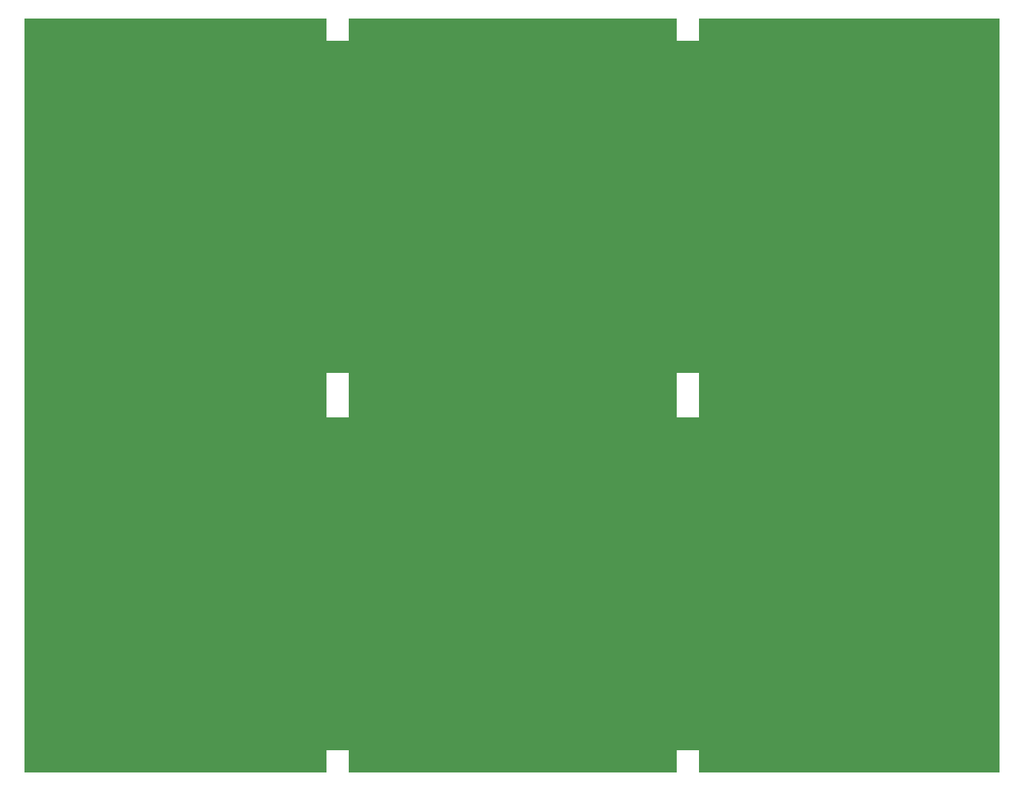
<source format=gbr>
G04 DipTrace 3.3.1.3*
G04 board_dendy_gamepad_Remastered_rev2.7.gbr*
%MOMM*%
G04 #@! TF.FileFunction,Drawing,Board polygon*
G04 #@! TF.Part,Single*
%FSLAX35Y35*%
G04*
G71*
G90*
G75*
G01*
G04 BoardPoly*
%LPD*%
G36*
X12129543Y1000000D2*
X8700183D1*
Y1254027D1*
X8446157D1*
Y1000000D1*
X4699263D1*
Y1254027D1*
X4445237D1*
Y1000000D1*
X1000000D1*
Y5302577D1*
X4445237D1*
Y5048550D1*
X4699263D1*
Y5302577D1*
X8446157D1*
Y5048550D1*
X8700183D1*
Y5302577D1*
X12129543D1*
Y1000000D1*
G37*
G36*
Y5302577D2*
X8700183D1*
Y5556603D1*
X8446157D1*
Y5302577D1*
X4699263D1*
Y5556603D1*
X4445237D1*
Y5302577D1*
X1000000D1*
Y9605153D1*
X4445237D1*
Y9351127D1*
X4699263D1*
Y9605153D1*
X8446157D1*
Y9351127D1*
X8700183D1*
Y9605153D1*
X12129543D1*
Y5302577D1*
G37*
M02*

</source>
